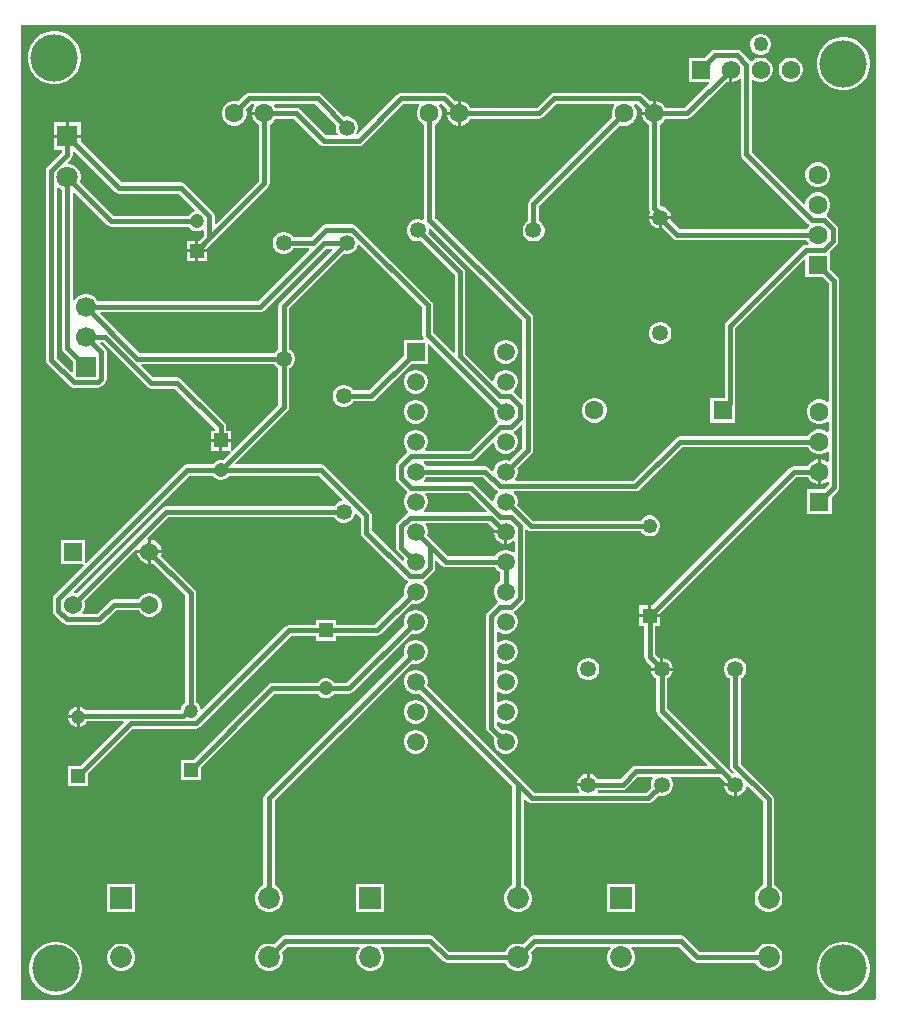
<source format=gtl>
%FSTAX23Y23*%
%MOIN*%
%SFA1B1*%

%IPPOS*%
%ADD16C,0.049210*%
%ADD17C,0.061810*%
%ADD18R,0.061810X0.061810*%
%ADD19R,0.072840X0.072840*%
%ADD21C,0.072840*%
%ADD24R,0.047240X0.047240*%
%ADD29C,0.062990*%
%ADD31C,0.047240*%
%ADD32C,0.060630*%
%ADD33R,0.049210X0.049210*%
%ADD34R,0.062990X0.062990*%
%ADD38R,0.060630X0.060630*%
%ADD40C,0.015750*%
%ADD41C,0.053150*%
%ADD42C,0.059060*%
%ADD43R,0.059060X0.059060*%
%ADD44R,0.062990X0.062990*%
%ADD45C,0.066930*%
%ADD46C,0.070870*%
%ADD47R,0.070870X0.070870*%
%ADD48R,0.066930X0.066930*%
%ADD49C,0.157480*%
%LNclicguard-1*%
%LPD*%
G36*
X05165Y0101D02*
X0516Y01005D01*
X02315*
Y04255*
X05165*
Y0101*
G37*
%LNclicguard-2*%
%LPC*%
G36*
X04784Y04224D02*
X04775D01*
X04766Y04222*
X04758Y04217*
X04752Y04211*
X04747Y04203*
X04745Y04194*
Y04185*
X04747Y04176*
X04752Y04168*
X04758Y04162*
X04766Y04157*
X04775Y04155*
X04784*
X04793Y04157*
X04801Y04162*
X04807Y04168*
X04812Y04176*
X04814Y04185*
Y04194*
X04812Y04203*
X04807Y04211*
X04801Y04217*
X04793Y04222*
X04784Y04224*
G37*
G36*
X04885Y04145D02*
X04874D01*
X04864Y04143*
X04854Y04137*
X04847Y0413*
X04841Y0412*
X04839Y0411*
Y04099*
X04841Y04089*
X04847Y04079*
X04854Y04072*
X04864Y04066*
X04874Y04064*
X04885*
X04895Y04066*
X04905Y04072*
X04912Y04079*
X04918Y04089*
X0492Y04099*
Y0411*
X04918Y0412*
X04912Y0413*
X04905Y04137*
X04895Y04143*
X04885Y04145*
G37*
G36*
X047Y04172D02*
D01*
X04628*
X04621Y0417*
X04615Y04166*
X04595Y04145*
X04539*
Y04064*
X04606*
X04608Y04059*
X04527Y03978*
X04462*
X04458Y03985*
X0445Y03993*
X04441Y03998*
X0443Y04001*
X0443*
Y0396*
X04425*
Y03955*
X04383*
Y03954*
X04386Y03943*
X04391Y03934*
X04399Y03926*
X04406Y03922*
Y03643*
X04408Y03636*
X04412Y0363*
X04412Y03629*
X0441Y03627*
X04408Y03617*
X04445*
X04481*
X04479Y03627*
X04474Y03635*
X04467Y03642*
X04459Y03647*
X04449Y03649*
X04444*
X04443Y0365*
Y03922*
X0445Y03926*
X04458Y03934*
X04462Y03941*
X04535*
X04541Y03943*
X04547Y03947*
X04666Y04066*
X04674Y04064*
X04675*
Y04105*
X04685*
Y04064*
X04685*
X04695Y04066*
X04705Y04072*
X04708Y04075*
X04713Y04073*
Y03823*
X04714Y03816*
X04718Y03811*
X04936Y03592*
X04939Y0359*
X0494Y03584*
X04936Y0358*
X04932Y03573*
X0451*
X0448Y03603*
X04481Y03607*
X0445*
Y03576*
X04454Y03577*
X0449Y03542*
X04495Y03538*
X04502Y03536*
X04932*
X04936Y03529*
X04939Y03527*
X04937Y03522*
X04931*
X04924Y03521*
X04918Y03517*
X04664Y03263*
X0466Y03257*
X04659Y0325*
Y03011*
X04612*
Y02928*
X04695*
Y02991*
X04695Y02993*
Y03243*
X04923Y03471*
X04928Y03469*
Y03413*
X04985*
X05006Y03393*
Y02999*
X05001Y02997*
X05Y02998*
X04991Y03003*
X0498Y03006*
X04969*
X04958Y03003*
X04949Y02998*
X04941Y0299*
X04936Y02981*
X04933Y0297*
Y02959*
X04936Y02948*
X04941Y02939*
X04949Y02931*
X04958Y02926*
X04969Y02923*
X0498*
X04991Y02926*
X05Y02931*
X05001Y02932*
X05006Y0293*
Y02899*
X05001Y02897*
X05Y02898*
X04991Y02903*
X0498Y02906*
X04969*
X04958Y02903*
X04949Y02898*
X04941Y0289*
X04937Y02883*
X04509*
X04503Y02881*
X04497Y02877*
X04355Y02735*
X03963*
X03961Y0274*
X03961Y0274*
X03966Y02749*
X03969Y02759*
Y0277*
X03967Y02776*
X04016Y02825*
X04019Y02831*
X04021Y02838*
Y03276*
X04019Y03283*
X04016Y03289*
X03693Y03612*
Y03922*
X037Y03926*
X03708Y03934*
X03713Y03943*
X03716Y03954*
Y03965*
X03713Y03976*
X03708Y03985*
X03707Y03986*
X03709Y03991*
X03718*
X03735Y03973*
X03733Y03965*
Y03965*
X0377*
Y04001*
X03769*
X03761Y03999*
X03738Y04022*
X03732Y04026*
X03725Y04027*
X0358*
X03573Y04026*
X03567Y04022*
X03434Y03889*
X0343Y03892*
X03434Y03898*
X03436Y03908*
Y03917*
X03434Y03927*
X03429Y03935*
X03422Y03942*
X03414Y03947*
X03404Y03949*
X03395*
X0339Y03948*
X03316Y04022*
X0331Y04026*
X03303Y04027*
X03074*
X03067Y04026*
X03061Y04022*
X03038Y03999*
X0303Y04001*
X03019*
X03008Y03998*
X02999Y03993*
X02991Y03985*
X02986Y03976*
X02983Y03965*
Y03954*
X02986Y03943*
X02991Y03934*
X02999Y03926*
X03008Y03921*
X03019Y03918*
X0303*
X03041Y03921*
X0305Y03926*
X03058Y03934*
X03063Y03943*
X03066Y03954*
Y03965*
X03064Y03973*
X03081Y03991*
X0309*
X03092Y03986*
X03091Y03985*
X03086Y03976*
X03083Y03965*
Y03965*
X03125*
Y03955*
X03083*
Y03954*
X03086Y03943*
X03091Y03934*
X03099Y03926*
X03106Y03922*
Y03734*
X02964Y03591*
X02959Y03593*
Y03617*
X02958Y03624*
X02954Y0363*
X0286Y03723*
X02854Y03727*
X02847Y03729*
X02649*
X02514Y03864*
Y03878*
X02468*
X02423*
Y03838*
X0245*
Y03829*
X02402Y03781*
X02398Y03775*
X02397Y03768*
Y03137*
X02398Y0313*
X02402Y03124*
X02476Y0305*
X02482Y03046*
X02489Y03045*
X0257*
X02577Y03046*
X02583Y0305*
X02594Y03061*
X02598Y03067*
X02599Y03074*
Y03163*
X02598Y0317*
X02594Y03176*
X02578Y03192*
X0258Y03196*
X02586*
X02734Y03047*
X0274Y03043*
X02747Y03042*
X02828*
X02961Y02908*
Y02902*
X02946*
Y02874*
X0298*
X03013*
Y02902*
X02998*
Y02916*
X02996Y02923*
X02992Y02929*
X02848Y03073*
X02842Y03077*
X02835Y03079*
X02755*
X02715Y03119*
X02717Y03123*
X03158*
X0316Y03119*
X03167Y03112*
X03171Y0311*
Y02988*
X03018Y02834*
X03013Y02837*
Y02839*
Y02864*
X02985*
Y02835*
X03008*
X03011*
X03014Y0283*
X02987Y02803*
X02984Y02804*
X02975*
X02967Y02802*
X02959Y02797*
X02953Y02791*
X02951Y02789*
X02868*
X02861Y02787*
X02855Y02783*
X02532Y0246*
X02527Y02462*
Y02538*
X02446*
Y02458*
X02522*
X02524Y02453*
X02425Y02354*
X02422Y02348*
X0242Y02341*
Y02301*
X02422Y02294*
X02425Y02288*
X02454Y0226*
X0246Y02256*
X02467Y02255*
X02574*
X02581Y02256*
X02587Y0226*
X0263Y02303*
X02706*
X0271Y02296*
X02718Y02289*
X02727Y02283*
X02737Y02281*
X02748*
X02758Y02283*
X02767Y02289*
X02775Y02296*
X0278Y02305*
X02783Y02316*
Y02326*
X0278Y02336*
X02775Y02346*
X02767Y02353*
X02758Y02358*
X02748Y02361*
X02737*
X02727Y02358*
X02718Y02353*
X0271Y02346*
X02706Y02339*
X02623*
X02616Y02338*
X0261Y02334*
X02567Y02291*
X0252*
X02518Y02296*
X02519Y02296*
X02524Y02305*
X02527Y02316*
Y02326*
X02525Y02334*
X02698Y02507*
X02702Y02504*
X02702Y02503*
Y02503*
X02737*
Y02538*
X02737*
X02736Y02538*
X02734Y02543*
X02805Y02613*
X03358*
X0336Y02609*
X03367Y02602*
X03375Y02598*
X03385Y02595*
X03394*
X03404Y02598*
X03412Y02602*
X03419Y02609*
X03424Y02617*
X03426Y02625*
X03431Y02628*
X03447Y02612*
Y02562*
X03448Y02555*
X03452Y02549*
X03597Y02404*
X03603Y024*
X03603Y024*
X03604Y02395*
X03598Y02389*
X03593Y0238*
X0359Y0237*
Y02359*
X03592Y02353*
X03493Y02254*
X03363*
Y02269*
X03296*
Y02254*
X03206*
X03199Y02252*
X03193Y02248*
X03193*
X02918Y01973*
X02912Y01975*
X02911Y01981*
X02906Y01989*
X029Y01995*
X02898Y01996*
Y02361*
X02896Y02368*
X02892Y02374*
X02781Y02485*
X02783Y02493*
Y02493*
X02747*
Y02458*
X02748*
X02755Y0246*
X02861Y02353*
Y01996*
X02859Y01995*
X02853Y01989*
X02848Y01981*
X02846Y01972*
Y0197*
X0253*
X02525Y01975*
X02517Y01979*
X0251Y01981*
Y01948*
Y01914*
X02517Y01917*
X02525Y01921*
X02531Y01927*
X02535Y01934*
X02655*
X02657Y01929*
X02512Y01785*
X02471*
Y01717*
X02538*
Y01759*
X02687Y01908*
X02897*
X02904Y0191*
X0291Y01914*
X03213Y02217*
X03296*
Y02202*
X03363*
Y02217*
X03501*
X03508Y02219*
X03513Y02223*
X03618Y02327*
X03624Y02325*
X03635*
X03645Y02328*
X03654Y02333*
X03661Y0234*
X03666Y02349*
X03669Y02359*
Y0237*
X03666Y0238*
X03661Y02389*
X03655Y02395*
X03656Y024*
X03656Y024*
X03662Y02404*
X0369Y02432*
X03694Y02438*
X03695Y02445*
Y02467*
X037Y02468*
X03717Y02452*
X03723Y02448*
X0373Y02446*
X03894*
X03898Y0244*
X03905Y02433*
X03911Y02429*
Y024*
X03905Y02396*
X03898Y02389*
X03893Y0238*
X0389Y0237*
Y02359*
X03893Y02349*
X03898Y0234*
X03903Y02335*
X03902Y02329*
X039Y02327*
X03869Y02297*
X03865Y02291*
X03864Y02284*
Y01912*
X03865Y01905*
X03869Y01899*
X03892Y01876*
X0389Y0187*
Y01859*
X03893Y01849*
X03898Y0184*
X03905Y01833*
X03914Y01828*
X03924Y01825*
X03935*
X03945Y01828*
X03954Y01833*
X03961Y0184*
X03966Y01849*
X03969Y01859*
Y0187*
X03966Y0188*
X03961Y01889*
X03954Y01896*
X03945Y01901*
X03935Y01904*
X03924*
X03918Y01902*
X039Y01919*
Y01931*
X03905Y01933*
X03905Y01933*
X03914Y01928*
X03924Y01925*
X03935*
X03945Y01928*
X03954Y01933*
X03961Y0194*
X03966Y01949*
X03969Y01959*
Y0197*
X03966Y0198*
X03961Y01989*
X03954Y01996*
X03945Y02001*
X03935Y02004*
X03924*
X03914Y02001*
X03905Y01996*
X03905Y01996*
X039Y01998*
Y02031*
X03905Y02033*
X03905Y02033*
X03914Y02028*
X03924Y02025*
X03935*
X03945Y02028*
X03954Y02033*
X03961Y0204*
X03966Y02049*
X03969Y02059*
Y0207*
X03966Y0208*
X03961Y02089*
X03954Y02096*
X03945Y02101*
X03935Y02104*
X03924*
X03914Y02101*
X03905Y02096*
X03905Y02096*
X039Y02098*
Y02131*
X03905Y02133*
X03905Y02133*
X03914Y02128*
X03924Y02125*
X03935*
X03945Y02128*
X03954Y02133*
X03961Y0214*
X03966Y02149*
X03969Y02159*
Y0217*
X03966Y0218*
X03961Y02189*
X03954Y02196*
X03945Y02201*
X03935Y02204*
X03924*
X03914Y02201*
X03905Y02196*
X03905Y02196*
X039Y02198*
Y02231*
X03905Y02233*
X03905Y02233*
X03914Y02228*
X03924Y02225*
X03935*
X03945Y02228*
X03954Y02233*
X03961Y0224*
X03966Y02249*
X03969Y02259*
Y0227*
X03966Y0228*
X03961Y02289*
X03956Y02294*
X03957Y023*
X03959Y02302*
X0399Y02332*
X03994Y02338*
X03995Y02345*
Y0257*
X04Y02572*
X04Y02571*
X04006Y02567*
X04013Y02566*
X0438*
X04382Y02563*
X04388Y02556*
X04396Y02552*
X04405Y0255*
X04414*
X04423Y02552*
X04431Y02556*
X04437Y02563*
X04442Y02571*
X04444Y0258*
Y02589*
X04442Y02597*
X04437Y02605*
X04431Y02612*
X04423Y02616*
X04414Y02619*
X04405*
X04396Y02616*
X04388Y02612*
X04382Y02605*
X0438Y02602*
X04021*
X03968Y02655*
X03969Y02659*
Y0267*
X03966Y0268*
X03961Y02689*
X03956Y02694*
X03958Y02699*
X04362*
X04369Y027*
X04375Y02704*
X04517Y02846*
X04937*
X04941Y02839*
X04949Y02831*
X04958Y02826*
X04969Y02823*
X0498*
X04991Y02826*
X05Y02831*
X05001Y02832*
X05006Y0283*
Y02799*
X05001Y02797*
X05Y02798*
X04991Y02803*
X0498Y02806*
X0498*
Y02765*
Y02723*
X0498*
X04991Y02726*
X05Y02731*
X05001Y02732*
X05006Y0273*
Y02721*
X0499Y02706*
X04933*
Y02623*
X05016*
Y0268*
X05037Y02701*
X05041Y02707*
X05042Y02714*
Y034*
X05041Y03407*
X05037Y03413*
X05011Y03439*
Y03496*
X0501Y03499*
X05032Y03521*
X05036Y03527*
X05037Y03534*
Y03575*
X05036Y03582*
X05032Y03588*
X05002Y03618*
X05Y03619*
X04999Y03626*
X05003Y03629*
X05008Y03638*
X05011Y03649*
Y0366*
X05008Y03671*
X05003Y0368*
X04995Y03688*
X04986Y03693*
X04975Y03696*
X04964*
X04953Y03693*
X04944Y03688*
X04936Y0368*
X04931Y03671*
X04928Y0366*
Y03658*
X04923Y03657*
X04749Y03831*
Y04071*
X04754Y04073*
X04754Y04072*
X04764Y04066*
X04774Y04064*
X04785*
X04795Y04066*
X04805Y04072*
X04812Y04079*
X04818Y04089*
X0482Y04099*
Y0411*
X04818Y0412*
X04812Y0413*
X04805Y04137*
X04795Y04143*
X04785Y04145*
X04774*
X04764Y04143*
X04754Y04137*
X0475Y04133*
X04745Y04133*
X04744Y04135*
X04713Y04166*
X04707Y0417*
X047Y04172*
G37*
G36*
X02433Y04233D02*
X02416D01*
X02399Y0423*
X02382Y04223*
X02368Y04213*
X02356Y04201*
X02346Y04187*
X02339Y0417*
X02336Y04153*
Y04136*
X02339Y04119*
X02346Y04102*
X02356Y04088*
X02368Y04076*
X02382Y04066*
X02399Y04059*
X02416Y04056*
X02433*
X0245Y04059*
X02467Y04066*
X02481Y04076*
X02493Y04088*
X02503Y04102*
X0251Y04119*
X02513Y04136*
Y04153*
X0251Y0417*
X02503Y04187*
X02493Y04201*
X02481Y04213*
X02467Y04223*
X0245Y0423*
X02433Y04233*
G37*
G36*
X05063Y04213D02*
X05046D01*
X05029Y0421*
X05012Y04203*
X04998Y04193*
X04986Y04181*
X04976Y04167*
X04969Y0415*
X04966Y04133*
Y04116*
X04969Y04099*
X04976Y04082*
X04986Y04068*
X04998Y04056*
X05012Y04046*
X05029Y04039*
X05046Y04036*
X05063*
X0508Y04039*
X05097Y04046*
X05111Y04056*
X05123Y04068*
X05133Y04082*
X0514Y04099*
X05143Y04116*
Y04133*
X0514Y0415*
X05133Y04167*
X05123Y04181*
X05111Y04193*
X05097Y04203*
X0508Y0421*
X05063Y04213*
G37*
G36*
X04375Y04027D02*
D01*
X04091*
X04084Y04026*
X04078Y04022*
X04078*
X04034Y03978*
X03812*
X03808Y03985*
X038Y03993*
X03791Y03998*
X0378Y04001*
X0378*
Y0396*
Y03918*
X0378*
X03791Y03921*
X038Y03926*
X03808Y03934*
X03812Y03941*
X04041*
X04048Y03943*
X04054Y03947*
X04098Y03991*
X0429*
X04292Y03986*
X04291Y03985*
X04286Y03976*
X04283Y03965*
Y03954*
X04285Y03946*
X0401Y0367*
X04006Y03664*
X04004Y03657*
Y03601*
X04Y03599*
X03993Y03592*
X03988Y03584*
X03986Y03574*
Y03565*
X03988Y03555*
X03993Y03547*
X04Y0354*
X04008Y03535*
X04018Y03533*
X04027*
X04037Y03535*
X04045Y0354*
X04052Y03547*
X04057Y03555*
X04059Y03565*
Y03574*
X04057Y03584*
X04052Y03592*
X04045Y03599*
X04041Y03601*
Y0365*
X04311Y0392*
X04319Y03918*
X0433*
X04341Y03921*
X0435Y03926*
X04358Y03934*
X04363Y03943*
X04366Y03954*
Y03965*
X04363Y03976*
X04358Y03985*
X04357Y03986*
X04359Y03991*
X04368*
X04385Y03973*
X04383Y03965*
Y03965*
X0442*
Y04001*
X04419*
X04411Y03999*
X04388Y04022*
X04382Y04026*
X04375Y04027*
G37*
G36*
X0377Y03955D02*
X03733D01*
Y03954*
X03736Y03943*
X03741Y03934*
X03749Y03926*
X03758Y03921*
X03769Y03918*
X0377*
Y03955*
G37*
G36*
X02514Y03929D02*
X02473D01*
Y03888*
X02514*
Y03929*
G37*
G36*
X02463D02*
X02423D01*
Y03888*
X02463*
Y03929*
G37*
G36*
X04975Y03796D02*
X04964D01*
X04953Y03793*
X04944Y03788*
X04936Y0378*
X04931Y03771*
X04928Y0376*
Y03749*
X04931Y03738*
X04936Y03729*
X04944Y03721*
X04953Y03716*
X04964Y03713*
X04975*
X04986Y03716*
X04995Y03721*
X05003Y03729*
X05008Y03738*
X05011Y03749*
Y0376*
X05008Y03771*
X05003Y0378*
X04995Y03788*
X04986Y03793*
X04975Y03796*
G37*
G36*
X0444Y03607D02*
X04408D01*
X0441Y03598*
X04415Y0359*
X04422Y03583*
X0443Y03578*
X0444Y03576*
Y03607*
G37*
G36*
X04449Y03263D02*
X0444D01*
X0443Y03261*
X04422Y03256*
X04415Y03249*
X0441Y03241*
X04408Y03231*
Y03222*
X0441Y03212*
X04415Y03204*
X04422Y03197*
X0443Y03193*
X0444Y0319*
X04449*
X04459Y03193*
X04467Y03197*
X04474Y03204*
X04479Y03212*
X04481Y03222*
Y03231*
X04479Y03241*
X04474Y03249*
X04467Y03256*
X04459Y03261*
X04449Y03263*
G37*
G36*
X04231Y03011D02*
X0422D01*
X04209Y03008*
X042Y03003*
X04192Y02995*
X04187Y02986*
X04184Y02975*
Y02964*
X04187Y02953*
X04192Y02944*
X042Y02936*
X04209Y02931*
X0422Y02928*
X04231*
X04241Y02931*
X04251Y02936*
X04259Y02944*
X04264Y02953*
X04267Y02964*
Y02975*
X04264Y02986*
X04259Y02995*
X04251Y03003*
X04241Y03008*
X04231Y03011*
G37*
G36*
X02975Y02864D02*
X02946D01*
Y02835*
X02975*
Y02864*
G37*
G36*
X0497Y02806D02*
X04969D01*
X04958Y02803*
X04949Y02798*
X04941Y0279*
X04937Y02783*
X04889*
X04882Y02781*
X04876Y02777*
X04418Y0232*
X04415*
Y0229*
X04444*
Y02294*
X04897Y02746*
X04937*
X04941Y02739*
X04949Y02731*
X04958Y02726*
X04969Y02723*
X0497*
Y02765*
Y02806*
G37*
G36*
X02748Y02538D02*
X02747D01*
Y02503*
X02783*
Y02503*
X0278Y02514*
X02775Y02523*
X02767Y0253*
X02758Y02536*
X02748Y02538*
G37*
G36*
X02737Y02493D02*
X02702D01*
Y02493*
X02705Y02483*
X0271Y02473*
X02718Y02466*
X02727Y02461*
X02737Y02458*
X02737*
Y02493*
G37*
G36*
X04405Y0232D02*
X04375D01*
Y0229*
X04405*
Y0232*
G37*
G36*
X03635Y02304D02*
X03624D01*
X03614Y02301*
X03605Y02296*
X03598Y02289*
X03593Y0228*
X0359Y0227*
Y02259*
X03592Y02253*
X03401Y02062*
X03358*
X03356Y02064*
X0335Y0207*
X03342Y02075*
X03334Y02077*
X03325*
X03317Y02075*
X03309Y0207*
X03303Y02064*
X03301Y02062*
X03152*
X03145Y0206*
X03139Y02056*
X02887Y01805*
X02846*
Y01737*
X02913*
Y01779*
X03159Y02025*
X03301*
X03303Y02023*
X03309Y02017*
X03317Y02012*
X03325Y0201*
X03334*
X03342Y02012*
X0335Y02017*
X03356Y02023*
X03358Y02025*
X03408*
X03415Y02027*
X03421Y02031*
X03618Y02227*
X03624Y02225*
X03635*
X03645Y02228*
X03654Y02233*
X03661Y0224*
X03666Y02249*
X03669Y02259*
Y0227*
X03666Y0228*
X03661Y02289*
X03654Y02296*
X03645Y02301*
X03635Y02304*
G37*
G36*
Y02204D02*
X03624D01*
X03614Y02201*
X03605Y02196*
X03598Y02189*
X03593Y0218*
X0359Y0217*
Y02159*
X03592Y02153*
X03128Y01688*
X03124Y01683*
X03122Y01676*
Y01386*
X03112Y0138*
X03103Y01371*
X03097Y01361*
X03094Y01349*
Y01337*
X03097Y01325*
X03103Y01314*
X03112Y01306*
X03123Y013*
X03134Y01297*
X03147*
X03158Y013*
X03169Y01306*
X03178Y01314*
X03184Y01325*
X03187Y01337*
Y01349*
X03184Y01361*
X03178Y01371*
X03169Y0138*
X03159Y01386*
Y01668*
X03618Y02127*
X03624Y02125*
X03635*
X03645Y02128*
X03654Y02133*
X03661Y0214*
X03666Y02149*
X03669Y02159*
Y0217*
X03666Y0218*
X03661Y02189*
X03654Y02196*
X03645Y02201*
X03635Y02204*
G37*
G36*
X04455Y02144D02*
Y02112D01*
X04486*
X04484Y02122*
X04479Y0213*
X04472Y02137*
X04464Y02142*
X04455Y02144*
G37*
G36*
X04444Y0228D02*
X0441D01*
X04375*
Y0225*
X04391*
Y02147*
X04393Y0214*
X04397Y02135*
X04414Y02117*
X04413Y02112*
X04445*
Y02144*
X0444Y02143*
X04428Y02155*
Y0225*
X04444*
Y0228*
G37*
G36*
X04209Y02144D02*
X042D01*
X0419Y02142*
X04182Y02137*
X04175Y0213*
X0417Y02122*
X04168Y02112*
Y02103*
X0417Y02093*
X04175Y02085*
X04182Y02078*
X0419Y02073*
X042Y02071*
X04209*
X04219Y02073*
X04227Y02078*
X04234Y02085*
X04239Y02093*
X04241Y02103*
Y02112*
X04239Y02122*
X04234Y0213*
X04227Y02137*
X04219Y02142*
X04209Y02144*
G37*
G36*
X025Y01981D02*
X02492Y01979D01*
X02484Y01975*
X02478Y01969*
X02473Y01961*
X02471Y01953*
X025*
Y01981*
G37*
G36*
X03635Y02004D02*
X03624D01*
X03614Y02001*
X03605Y01996*
X03598Y01989*
X03593Y0198*
X0359Y0197*
Y01959*
X03593Y01949*
X03598Y0194*
X03605Y01933*
X03614Y01928*
X03624Y01925*
X03635*
X03645Y01928*
X03654Y01933*
X03661Y0194*
X03666Y01949*
X03669Y01959*
Y0197*
X03666Y0198*
X03661Y01989*
X03654Y01996*
X03645Y02001*
X03635Y02004*
G37*
G36*
X025Y01943D02*
X02471D01*
X02473Y01935*
X02478Y01927*
X02484Y01921*
X02492Y01917*
X025Y01914*
Y01943*
G37*
G36*
X03635Y01904D02*
X03624D01*
X03614Y01901*
X03605Y01896*
X03598Y01889*
X03593Y0188*
X0359Y0187*
Y01859*
X03593Y01849*
X03598Y0184*
X03605Y01833*
X03614Y01828*
X03624Y01825*
X03635*
X03645Y01828*
X03654Y01833*
X03661Y0184*
X03666Y01849*
X03669Y01859*
Y0187*
X03666Y0188*
X03661Y01889*
X03654Y01896*
X03645Y01901*
X03635Y01904*
G37*
G36*
X04699Y02144D02*
X0469D01*
X0468Y02142*
X04672Y02137*
X04665Y0213*
X0466Y02122*
X04658Y02112*
Y02103*
X0466Y02093*
X04665Y02085*
X04672Y02078*
X04676Y02076*
Y01784*
X04678Y01777*
X04682Y01772*
X04689Y01764*
X04687Y01759*
X04684Y01758*
X04663Y01779*
X04468Y01974*
Y02076*
X04472Y02078*
X04479Y02085*
X04484Y02093*
X04486Y02102*
X0445*
X04413*
X04415Y02093*
X0442Y02085*
X04427Y02078*
X04431Y02076*
Y01967*
X04433Y0196*
X04437Y01954*
X04601Y01789*
X046Y01784*
X04363*
X04357Y01783*
X04351Y01779*
X04311Y0174*
X04236*
X04234Y01744*
X04227Y01751*
X04219Y01756*
X0421Y01758*
Y01722*
X04205*
Y01717*
X04168*
X0417Y01707*
X04175Y017*
X04173Y01695*
X04024*
X03983Y01736*
X03667Y02053*
X03669Y02059*
Y0207*
X03666Y0208*
X03661Y02089*
X03654Y02096*
X03645Y02101*
X03635Y02104*
X03624*
X03614Y02101*
X03605Y02096*
X03598Y02089*
X03593Y0208*
X0359Y0207*
Y02059*
X03593Y02049*
X03598Y0204*
X03605Y02033*
X03614Y02028*
X03624Y02025*
X03635*
X03641Y02027*
X03952Y01716*
Y01386*
X03942Y0138*
X03933Y01371*
X03927Y01361*
X03924Y01349*
Y01337*
X03927Y01325*
X03933Y01314*
X03942Y01306*
X03953Y013*
X03964Y01297*
X03977*
X03988Y013*
X03999Y01306*
X04008Y01314*
X04014Y01325*
X04017Y01337*
Y01349*
X04014Y01361*
X04008Y01371*
X03999Y0138*
X03989Y01386*
Y01673*
X03993Y01675*
X04004Y01664*
X0401Y0166*
X04017Y01659*
X04405*
X04412Y0166*
X04418Y01664*
X0444Y01686*
X04445Y01685*
X04454*
X04464Y01688*
X04472Y01692*
X04479Y01699*
X04484Y01707*
X04486Y01717*
Y01726*
X04484Y01736*
X04479Y01743*
X04481Y01748*
X04643*
X04659Y01731*
X04658Y01727*
X04695*
Y01722*
X047*
Y01685*
X04709Y01688*
X04717Y01692*
X04724Y01699*
X04729Y01707*
X04731Y01715*
X04736Y01718*
X04787Y01666*
Y01386*
X04777Y0138*
X04768Y01371*
X04762Y01361*
X04759Y01349*
Y01337*
X04762Y01325*
X04768Y01314*
X04777Y01306*
X04788Y013*
X04799Y01297*
X04812*
X04823Y013*
X04834Y01306*
X04843Y01314*
X04849Y01325*
X04852Y01337*
Y01349*
X04849Y01361*
X04843Y01371*
X04834Y0138*
X04824Y01386*
Y01673*
X04822Y0168*
X04818Y01686*
X04713Y01792*
Y02076*
X04717Y02078*
X04724Y02085*
X04729Y02093*
X04731Y02103*
Y02112*
X04729Y02122*
X04724Y0213*
X04717Y02137*
X04709Y02142*
X04699Y02144*
G37*
G36*
X042Y01758D02*
X0419Y01756D01*
X04182Y01751*
X04175Y01744*
X0417Y01736*
X04168Y01727*
X042*
Y01758*
G37*
G36*
X0469Y01717D02*
X04658D01*
X0466Y01707*
X04665Y01699*
X04672Y01692*
X0468Y01688*
X0469Y01685*
Y01717*
G37*
G36*
X0436Y01389D02*
X04267D01*
Y01297*
X0436*
Y01389*
G37*
G36*
X03525D02*
X03432D01*
Y01297*
X03525*
Y01389*
G37*
G36*
X02695D02*
X02602D01*
Y01297*
X02695*
Y01389*
G37*
G36*
X04513Y01219D02*
D01*
X04025*
X04018Y01217*
X04012Y01213*
X03988Y01189*
X03977Y01192*
X03964*
X03953Y01189*
X03942Y01183*
X03933Y01175*
X03927Y01164*
X0374*
X03691Y01213*
X03685Y01217*
X03678Y01219*
X03195*
X03188Y01217*
X03182Y01213*
X03158Y01189*
X03147Y01192*
X03134*
X03123Y01189*
X03112Y01183*
X03103Y01175*
X03097Y01164*
X03094Y01152*
Y0114*
X03097Y01128*
X03103Y01118*
X03112Y01109*
X03123Y01103*
X03134Y011*
X03147*
X03158Y01103*
X03169Y01109*
X03178Y01118*
X03184Y01128*
X03187Y0114*
Y01152*
X03184Y01164*
X03202Y01182*
X03442*
X03444Y01178*
X03441Y01175*
X03435Y01164*
X03432Y01152*
Y0114*
X03435Y01128*
X03441Y01118*
X0345Y01109*
X03461Y01103*
X03472Y011*
X03485*
X03496Y01103*
X03507Y01109*
X03516Y01118*
X03522Y01128*
X03525Y0114*
Y01152*
X03522Y01164*
X03516Y01175*
X03513Y01178*
X03515Y01182*
X03671*
X0372Y01133*
X03726Y01129*
X03733Y01128*
X03927*
X03933Y01118*
X03942Y01109*
X03953Y01103*
X03964Y011*
X03977*
X03988Y01103*
X03999Y01109*
X04008Y01118*
X04014Y01128*
X04017Y0114*
Y01152*
X04014Y01164*
X04032Y01182*
X04277*
X04279Y01178*
X04276Y01175*
X0427Y01164*
X04267Y01152*
Y0114*
X0427Y01128*
X04276Y01118*
X04285Y01109*
X04296Y01103*
X04307Y011*
X0432*
X04331Y01103*
X04342Y01109*
X04351Y01118*
X04357Y01128*
X0436Y0114*
Y01152*
X04357Y01164*
X04351Y01175*
X04348Y01178*
X0435Y01182*
X04506*
X04555Y01133*
X04561Y01129*
X04568Y01128*
X04762*
X04768Y01118*
X04777Y01109*
X04788Y01103*
X04799Y011*
X04812*
X04823Y01103*
X04834Y01109*
X04843Y01118*
X04849Y01128*
X04852Y0114*
Y01152*
X04849Y01164*
X04843Y01175*
X04834Y01183*
X04823Y01189*
X04812Y01192*
X04799*
X04788Y01189*
X04777Y01183*
X04768Y01175*
X04762Y01164*
X04575*
X04526Y01213*
X0452Y01217*
X04513Y01219*
G37*
G36*
X02655Y01192D02*
X02642D01*
X02631Y01189*
X0262Y01183*
X02611Y01175*
X02605Y01164*
X02602Y01152*
Y0114*
X02605Y01128*
X02611Y01118*
X0262Y01109*
X02631Y01103*
X02642Y011*
X02655*
X02666Y01103*
X02677Y01109*
X02686Y01118*
X02692Y01128*
X02695Y0114*
Y01152*
X02692Y01164*
X02686Y01175*
X02677Y01183*
X02666Y01189*
X02655Y01192*
G37*
G36*
X05063Y01198D02*
X05046D01*
X05029Y01195*
X05012Y01188*
X04998Y01178*
X04986Y01166*
X04976Y01152*
X04969Y01135*
X04966Y01118*
Y01101*
X04969Y01084*
X04976Y01067*
X04986Y01053*
X04998Y01041*
X05012Y01031*
X05029Y01024*
X05046Y01021*
X05063*
X0508Y01024*
X05097Y01031*
X05111Y01041*
X05123Y01053*
X05133Y01067*
X0514Y01084*
X05143Y01101*
Y01118*
X0514Y01135*
X05133Y01152*
X05123Y01166*
X05111Y01178*
X05097Y01188*
X0508Y01195*
X05063Y01198*
G37*
G36*
X02438D02*
X02421D01*
X02404Y01195*
X02387Y01188*
X02373Y01178*
X02361Y01166*
X02351Y01152*
X02344Y01135*
X02341Y01118*
Y01101*
X02344Y01084*
X02351Y01067*
X02361Y01053*
X02373Y01041*
X02387Y01031*
X02404Y01024*
X02421Y01021*
X02438*
X02455Y01024*
X02472Y01031*
X02486Y01041*
X02498Y01053*
X02508Y01067*
X02515Y01084*
X02518Y01101*
Y01118*
X02515Y01135*
X02508Y01152*
X02498Y01166*
X02486Y01178*
X02472Y01188*
X02455Y01195*
X02438Y01198*
G37*
%LNclicguard-3*%
%LPD*%
G36*
X03364Y03922D02*
X03363Y03917D01*
Y03908*
X03365Y03898*
X0337Y03891*
X03368Y03886*
X03331*
X03245Y03972*
X03239Y03976*
X03232Y03978*
X03162*
X03158Y03985*
X03157Y03986*
X03159Y03991*
X03295*
X03364Y03922*
G37*
G36*
X03642Y03986D02*
X03641Y03985D01*
X03636Y03976*
X03633Y03965*
Y03954*
X03636Y03943*
X03641Y03934*
X03649Y03926*
X03656Y03922*
Y03606*
X03652Y03603*
X03652Y03603*
X03651Y03604*
X03641Y03606*
X03632*
X03622Y03604*
X03614Y03599*
X03607Y03592*
X03603Y03584*
X036Y03574*
Y03565*
X03603Y03555*
X03607Y03547*
X03614Y0354*
X03622Y03535*
X03632Y03533*
X03641*
X03646Y03534*
X03759Y03422*
Y03164*
X03754Y03162*
X03688Y03229*
Y03319*
X03686Y03326*
X03682Y03332*
X03431Y03584*
X03425Y03588*
X03418Y03589*
X03331*
X03324Y03588*
X03318Y03584*
X03279Y03546*
X03221*
X03219Y0355*
X03212Y03557*
X03204Y03562*
X03194Y03564*
X03185*
X03175Y03562*
X03167Y03557*
X0316Y0355*
X03155Y03542*
X03153Y03532*
Y03523*
X03155Y03513*
X0316Y03505*
X03167Y03498*
X03175Y03493*
X03185Y03491*
X03194*
X03204Y03493*
X03212Y03498*
X03219Y03505*
X03221Y03509*
X03273*
X03275Y03505*
X03103Y03333*
X02569*
X02564Y03341*
X02556Y03349*
X02546Y03355*
X02535Y03358*
X02524*
X02513Y03355*
X02503Y03349*
X02495Y03341*
X02492Y03336*
X02487Y03337*
Y03695*
X02491Y03697*
X02602Y03587*
X02608Y03583*
X02615Y03581*
X02871*
X02873Y03579*
X02879Y03573*
X02887Y03568*
X02895Y03566*
X02904*
X02912Y03568*
X02918Y03571*
X02923Y03568*
Y0355*
X02907Y03535*
X02905*
Y03506*
X02933*
Y03509*
X02954Y0353*
X03137Y03713*
X03141Y03719*
X03143Y03726*
Y03922*
X0315Y03926*
X03158Y03934*
X03162Y03941*
X03224*
X0331Y03855*
X03316Y03851*
X03323Y0385*
X03323*
X03439*
X03446Y03851*
X03452Y03855*
X03587Y03991*
X0364*
X03642Y03986*
G37*
G36*
X02628Y03698D02*
X02634Y03694D01*
X02641Y03692*
X0284*
X02894Y03638*
X02892Y03632*
X02887Y03631*
X02879Y03626*
X02873Y0362*
X02871Y03618*
X02622*
X02511Y03729*
X02514Y0374*
Y03752*
X02511Y03763*
X02505Y03774*
X02496Y03782*
X02486Y03788*
X02474Y03791*
X02471*
X02469Y03796*
X02481Y03808*
X02485Y03814*
X02487Y03821*
Y03832*
X02492Y03834*
X02628Y03698*
G37*
G36*
X03651Y03312D02*
Y03221D01*
X03653Y03214*
X03656Y03209*
X03654Y03204*
X0359*
Y03151*
X03475Y03036*
X03421*
X03419Y0304*
X03412Y03047*
X03404Y03052*
X03394Y03054*
X03385*
X03375Y03052*
X03367Y03047*
X0336Y0304*
X03355Y03032*
X03353Y03022*
Y03013*
X03355Y03003*
X0336Y02995*
X03367Y02988*
X03375Y02983*
X03385Y02981*
X03394*
X03404Y02983*
X03412Y02988*
X03419Y02995*
X03421Y02999*
X03482*
X03489Y03001*
X03495Y03005*
X03616Y03125*
X03669*
Y03189*
X03674Y03191*
X03891Y02974*
X0389Y0297*
Y02959*
X03893Y02949*
X03898Y0294*
X03903Y02935*
X03902Y02929*
X039Y02927*
X03808Y02835*
X03663*
X03661Y0284*
X03661Y0284*
X03666Y02849*
X03669Y02859*
Y0287*
X03666Y0288*
X03661Y02889*
X03654Y02896*
X03645Y02901*
X03635Y02904*
X03624*
X03614Y02901*
X03605Y02896*
X03598Y02889*
X03593Y0288*
X0359Y0287*
Y02859*
X03593Y02849*
X03598Y0284*
X03602Y02836*
X03602Y02831*
X03602Y02829*
X03569Y02797*
X03565Y02791*
X03564Y02784*
Y02745*
X03565Y02738*
X03569Y02732*
X03602Y027*
X03602Y02698*
X03602Y02693*
X03598Y02689*
X03593Y0268*
X0359Y0267*
Y02659*
X03593Y02649*
X03598Y0264*
X03604Y02634*
X03603Y02629*
X03603Y02629*
X03597Y02625*
X03569Y02597*
X03565Y02591*
X03564Y02584*
Y02512*
X03565Y02505*
X03569Y02499*
X03592Y02476*
X0359Y0247*
Y02469*
X03585Y02467*
X03483Y0257*
Y02619*
X03482Y02626*
X03478Y02632*
X03327Y02783*
X03321Y02787*
X03314Y02789*
X0303*
X03028Y02793*
X03202Y02967*
X03206Y02973*
X03208Y0298*
Y0311*
X03212Y03112*
X03219Y03119*
X03224Y03127*
X03226Y03137*
Y03146*
X03224Y03156*
X03219Y03164*
X03212Y03171*
X03208Y03173*
Y03309*
X0339Y03491*
X03395Y0349*
X03404*
X03414Y03493*
X03422Y03497*
X03429Y03504*
X03434Y03512*
X03436Y0352*
X03441Y03523*
X03651Y03312*
G37*
G36*
X03351Y03504D02*
X03177Y03329D01*
X03173Y03324*
X03171Y03317*
Y03173*
X03167Y03171*
X0316Y03164*
X03158Y0316*
X0271*
X02578Y03292*
X0258Y03296*
X0311*
X03117Y03298*
X03123Y03302*
X0333Y03508*
X03349*
X03351Y03504*
G37*
G36*
X02441Y03709D02*
X0245Y03704D01*
Y03176*
X02452Y03169*
X02456Y03163*
X02486Y03132*
Y03098*
X02481Y03096*
X02433Y03144*
Y0371*
X02438Y03712*
X02441Y03709*
G37*
G36*
X03984Y03269D02*
Y03009D01*
X0398Y03007*
X03957Y0303*
X03957Y03036*
X03961Y0304*
X03966Y03049*
X03969Y03059*
Y0307*
X03966Y0308*
X03961Y03089*
X03954Y03096*
X03945Y03101*
X03935Y03104*
X03924*
X03914Y03101*
X03905Y03096*
X03898Y03089*
X03893Y0308*
X0389Y0307*
Y03069*
X03885Y03067*
X03795Y03158*
Y03429*
X03794Y03436*
X0379Y03442*
X03672Y0356*
X03673Y03565*
Y03573*
X03678Y03576*
X03984Y03269*
G37*
G36*
Y0292D02*
Y02845D01*
X03941Y02802*
X03935Y02804*
X03924*
X03914Y02801*
X03905Y02796*
X03898Y02789*
X03893Y0278*
X0389Y0277*
Y02769*
X03885Y02767*
X03875Y02777*
X03869Y02781*
X03862Y02783*
X03665*
X03661Y02789*
X03656Y02794*
X03658Y02799*
X03815*
X03822Y028*
X03828Y02804*
X03885Y02862*
X0389Y0286*
Y02859*
X03893Y02849*
X03898Y0284*
X03905Y02833*
X03914Y02828*
X03924Y02825*
X03935*
X03945Y02828*
X03954Y02833*
X03961Y0284*
X03966Y02849*
X03969Y02859*
Y0287*
X03966Y0288*
X03961Y02889*
X03956Y02894*
X03957Y029*
X03959Y02902*
X0398Y02922*
X03984Y0292*
G37*
G36*
X03385Y02673D02*
X03383Y02668D01*
X03375Y02666*
X03367Y02661*
X0336Y02654*
X03358Y0265*
X02797*
X0279Y02648*
X02784Y02644*
X02499Y02359*
X02492Y02361*
X02491*
X02489Y02366*
X02875Y02752*
X02951*
X02953Y0275*
X02959Y02743*
X02967Y02739*
X02975Y02737*
X02984*
X02992Y02739*
X03Y02743*
X03006Y0275*
X03008Y02752*
X03306*
X03385Y02673*
G37*
G36*
X03897Y02704D02*
D01*
X03903Y027*
X03903Y027*
X03904Y02695*
X03898Y02689*
X03893Y0268*
X0389Y0267*
Y02669*
X03885Y02667*
X03828Y02725*
X03822Y02729*
X03815Y0273*
X03658*
X03656Y02735*
X03661Y0274*
X03665Y02746*
X03855*
X03897Y02704*
G37*
G36*
X03866Y02635D02*
X03865Y0263D01*
X03658*
X03656Y02635*
X03661Y0264*
X03666Y02649*
X03669Y02659*
Y0267*
X03666Y0268*
X03661Y02689*
X03661Y02689*
X03663Y02694*
X03808*
X03866Y02635*
G37*
G36*
X03891Y02574D02*
X0389Y0257D01*
Y0257*
X0393*
Y02565*
X03935*
Y02525*
X03935*
X03945Y02528*
X03954Y02533*
X03954Y02533*
X03959Y02531*
Y02498*
X03954Y02496*
X03954Y02496*
X03945Y02501*
X03935Y02504*
X03924*
X03914Y02501*
X03905Y02496*
X03898Y02489*
X03894Y02483*
X03737*
X0369Y0253*
X03667Y02553*
X03669Y02559*
Y0257*
X03666Y0258*
X03661Y02589*
X03661Y02589*
X03663Y02594*
X03871*
X03891Y02574*
G37*
G36*
X0442Y01743D02*
X04415Y01736D01*
X04413Y01726*
Y01717*
X04414Y01712*
X04398Y01695*
X04238*
X04236Y017*
X04238Y01703*
X04319*
X04326Y01705*
X04332Y01709*
X04371Y01748*
X04418*
X0442Y01743*
G37*
%LNclicguard-4*%
%LPC*%
G36*
X02895Y03535D02*
X02866D01*
Y03506*
X02895*
Y03535*
G37*
G36*
X02933Y03496D02*
X02905D01*
Y03467*
X02933*
Y03496*
G37*
G36*
X02895D02*
X02866D01*
Y03467*
X02895*
Y03496*
G37*
G36*
X03635Y03104D02*
X03624D01*
X03614Y03101*
X03605Y03096*
X03598Y03089*
X03593Y0308*
X0359Y0307*
Y03059*
X03593Y03049*
X03598Y0304*
X03605Y03033*
X03614Y03028*
X03624Y03025*
X03635*
X03645Y03028*
X03654Y03033*
X03661Y0304*
X03666Y03049*
X03669Y03059*
Y0307*
X03666Y0308*
X03661Y03089*
X03654Y03096*
X03645Y03101*
X03635Y03104*
G37*
G36*
Y03004D02*
X03624D01*
X03614Y03001*
X03605Y02996*
X03598Y02989*
X03593Y0298*
X0359Y0297*
Y02959*
X03593Y02949*
X03598Y0294*
X03605Y02933*
X03614Y02928*
X03624Y02925*
X03635*
X03645Y02928*
X03654Y02933*
X03661Y0294*
X03666Y02949*
X03669Y02959*
Y0297*
X03666Y0298*
X03661Y02989*
X03654Y02996*
X03645Y03001*
X03635Y03004*
G37*
G36*
X03935Y03204D02*
X03924D01*
X03914Y03201*
X03905Y03196*
X03898Y03189*
X03893Y0318*
X0389Y0317*
Y03159*
X03893Y03149*
X03898Y0314*
X03905Y03133*
X03914Y03128*
X03924Y03125*
X03935*
X03945Y03128*
X03954Y03133*
X03961Y0314*
X03966Y03149*
X03969Y03159*
Y0317*
X03966Y0318*
X03961Y03189*
X03954Y03196*
X03945Y03201*
X03935Y03204*
G37*
G36*
X03925Y0256D02*
X0389D01*
Y02559*
X03893Y02549*
X03898Y0254*
X03905Y02533*
X03914Y02528*
X03924Y02525*
X03925*
Y0256*
G37*
%LNclicguard-5*%
%LPD*%
G54D16*
X0478Y0419D03*
X0441Y02584D03*
G54D17*
X0488Y04105D03*
X0478D03*
X0468D03*
G54D18*
X0458Y04105D03*
G54D19*
X02648Y01343D03*
X03478D03*
X04313D03*
G54D21*
X03141Y01343D03*
X04806D03*
X03971D03*
X04806Y01146D03*
X03971D03*
X03141D03*
X02648D03*
X03478D03*
X04313D03*
G54D24*
X0333Y02236D03*
X02505Y01751D03*
X0288Y01771D03*
X029Y03501D03*
X0298Y02869D03*
G54D29*
X03675Y0396D03*
X04975Y02865D03*
Y02965D03*
X0497Y03655D03*
Y03755D03*
X04225Y0297D03*
X0497Y03555D03*
X04975Y02765D03*
X04425Y0396D03*
X04325D03*
X03125D03*
X03025D03*
X03775D03*
G54D31*
X0333Y02043D03*
X0298Y0277D03*
X029Y036D03*
X02505Y01948D03*
X0288Y01968D03*
G54D32*
X02742Y02321D03*
X02487D03*
X02742Y02498D03*
G54D33*
X0441Y02285D03*
G54D34*
X04654Y0297D03*
G54D38*
X02487Y02498D03*
G54D40*
X04731Y03823D02*
Y04122D01*
X04425Y03643D02*
X04445Y03623D01*
Y03612D02*
Y03623D01*
X03675Y03605D02*
X04003Y03276D01*
Y02838D02*
Y03276D01*
X04425Y03643D02*
Y0396D01*
X047Y04153D02*
X04731Y04122D01*
Y03823D02*
X04949Y03605D01*
X04989D02*
X05019Y03575D01*
X04931Y03504D02*
X04989D01*
X04949Y03605D02*
X04989D01*
X05019Y03534D02*
Y03575D01*
X0458Y04105D02*
X04628Y04153D01*
X04535Y0396D02*
X0468Y04105D01*
X04502Y03555D02*
X0497D01*
X04628Y04153D02*
X047D01*
X04445Y03612D02*
X04502Y03555D01*
X04425Y0396D02*
X04535D01*
X04677Y0325D02*
X04931Y03504D01*
X04989D02*
X05019Y03534D01*
X03882Y02284D02*
X03912Y02315D01*
X03882Y01912D02*
X0393Y01865D01*
X0363Y02065D02*
X03971Y01723D01*
X03882Y01912D02*
Y02284D01*
X04677Y02993D02*
Y0325D01*
X04654Y0297D02*
X04677Y02993D01*
X03323Y03527D02*
X034D01*
X0253Y03315D02*
X0311D01*
X03323Y03527*
X02438Y02341D02*
X02868Y0277D01*
X02797Y02632D02*
X0339D01*
X02868Y0277D02*
X0298D01*
X02438Y02301D02*
Y02341D01*
X02487Y02321D02*
X02797Y02632D01*
X05024Y02714D02*
Y034D01*
X04975Y02665D02*
X05024Y02714D01*
X0497Y03455D02*
X05024Y034D01*
X03977Y02345D02*
Y02584D01*
X03947Y02615D02*
X03977Y02584D01*
X03912Y02315D02*
X03947D01*
X03912Y02615D02*
X03947D01*
X0441Y02285D02*
X04889Y02765D01*
X04362Y02717D02*
X04509Y02865D01*
X0391Y02717D02*
X04362D01*
X04509Y02865D02*
X04975D01*
X03862Y02765D02*
X0391Y02717D01*
X04889Y02765D02*
X04975D01*
X0393D02*
X04003Y02838D01*
X0367Y03221D02*
X03926Y02965D01*
X03777Y0315D02*
X0391Y03017D01*
X03944*
X03926Y02965D02*
X0393D01*
X03777Y0315D02*
Y03429D01*
X03637Y0357D02*
X03777Y03429D01*
X0367Y03221D02*
Y03319D01*
X03947Y02915D02*
X03977Y02945D01*
X0363Y02765D02*
X03862D01*
X03815Y02817D02*
X03912Y02915D01*
X03815Y02712D02*
X03912Y02615D01*
X03615Y02817D02*
X03815D01*
X03615Y02712D02*
X03815D01*
X03582Y02784D02*
X03615Y02817D01*
X03582Y02745D02*
X03615Y02712D01*
X03582Y02745D02*
Y02784D01*
X03933Y02665D02*
X04013Y02584D01*
X0441*
X0393Y02665D02*
X03933D01*
X0441Y02147D02*
Y02285D01*
Y02147D02*
X0445Y02107D01*
X03141Y01343D02*
Y01676D01*
X0363Y02165*
X03947Y02315D02*
X03977Y02345D01*
X0333Y02236D02*
X03501D01*
X0363Y02365*
X0268Y01926D02*
X02897D01*
X02509Y01952D02*
X02855D01*
X02505Y01948D02*
X02509Y01952D01*
X02871Y01968D02*
X0288D01*
X02505Y01751D02*
X0268Y01926D01*
X02897D02*
X03206Y02236D01*
X02855Y01952D02*
X02871Y01968D01*
X0288D02*
Y02361D01*
X02742Y02498D02*
X0288Y02361D01*
X03206Y02236D02*
X0333D01*
X03678Y012D02*
X03733Y01146D01*
X03195Y012D02*
X03678D01*
X03733Y01146D02*
X03971D01*
X03141D02*
X03195Y012D01*
X03971Y01146D02*
X04025Y012D01*
X04568Y01146D02*
X04806D01*
X04513Y012D02*
X04568Y01146D01*
X04025Y012D02*
X04513D01*
X04695Y01784D02*
X04806Y01673D01*
Y01343D02*
Y01673D01*
X04695Y01784D02*
Y02107D01*
X0465Y01766D02*
X04695Y01722D01*
X0445Y01967D02*
X0465Y01766D01*
X0445Y01967D02*
Y02107D01*
X04363Y01766D02*
X0465D01*
X04205Y01722D02*
X04319D01*
X04363Y01766*
X03971Y01723D02*
X04017Y01677D01*
X04405*
X0445Y01722*
X03971Y01343D02*
Y01723D01*
X03465Y02562D02*
Y02619D01*
X03649Y02417D02*
X03677Y02445D01*
X03465Y02562D02*
X0361Y02417D01*
X03677Y02445D02*
Y02517D01*
X0361Y02417D02*
X03649D01*
X03582Y02512D02*
X0363Y02465D01*
X03582Y02584D02*
X0361Y02612D01*
X03582Y02512D02*
Y02584D01*
X02438Y02301D02*
X02467Y02273D01*
X02574*
X02623Y02321*
X02742*
X02489Y03063D02*
X0257D01*
X02581Y03074*
X0253Y03215D02*
X02581Y03163D01*
Y03074D02*
Y03163D01*
X03677Y02517D02*
X0373Y02465D01*
X0363Y02565D02*
X03677Y02517D01*
X03314Y0277D02*
X03465Y02619D01*
X0298Y0277D02*
X03314D01*
X0288Y01771D02*
X03152Y02043D01*
X0333*
X03408*
X0363Y02265*
X0393Y02365D02*
Y02465D01*
X03926Y02565D02*
X0393D01*
X03879Y02612D02*
X03926Y02565D01*
X0361Y02612D02*
X03879D01*
X03912Y02915D02*
X03947D01*
X0373Y02465D02*
X0393D01*
X03675Y03605D02*
Y0396D01*
X03944Y03017D02*
X03977Y02984D01*
X04022Y0357D02*
Y03657D01*
X04325Y0396*
X04041D02*
X04091Y04009D01*
X03775Y0396D02*
X04041D01*
X04091Y04009D02*
X04375D01*
X04425Y0396*
X03977Y02945D02*
Y02984D01*
X0319Y03527D02*
X03287D01*
X03331Y03571*
X03418D02*
X0367Y03319D01*
X03331Y03571D02*
X03418D01*
X03482Y03017D02*
X0363Y03165D01*
X0339Y03017D02*
X03482D01*
X0319Y03317D02*
X034Y03527D01*
X0319Y03142D02*
Y03317D01*
X0298Y0277D02*
X0319Y0298D01*
Y03142*
X02593Y03215D02*
X02747Y0306D01*
X0253Y03215D02*
X02593D01*
X02747Y0306D02*
X02835D01*
X0298Y02916*
Y02869D02*
Y02916D01*
X0358Y04009D02*
X03725D01*
X03439Y03868D02*
X0358Y04009D01*
X03725D02*
X03775Y0396D01*
X03323Y03868D02*
X03439D01*
X03232Y0396D02*
X03323Y03868D01*
X03125Y0396D02*
X03232D01*
X03025D02*
X03074Y04009D01*
X03303*
X034Y03912*
X02415Y03137D02*
X02489Y03063D01*
X02415Y03137D02*
Y03768D01*
X02468Y03821*
Y03883*
Y03176D02*
X0253Y03115D01*
X02468Y03176D02*
Y03746D01*
X02941Y03543D02*
Y03617D01*
X029Y03501D02*
X02941Y03543D01*
X02847Y03711D02*
X02941Y03617D01*
X02641Y03711D02*
X02847D01*
X02468Y03883D02*
X02641Y03711D01*
X02468Y03746D02*
X02615Y036D01*
X029*
X0253Y03315D02*
X02702Y03142D01*
X0319*
X02941Y03543D02*
X03125Y03726D01*
Y0396*
G54D41*
X04205Y01722D03*
X04695Y02107D03*
X0339Y03017D03*
X03637Y0357D03*
X0445Y01722D03*
X0319Y03527D03*
X04445Y03227D03*
X0339Y02632D03*
X034Y03527D03*
X0319Y03142D03*
X04205Y02107D03*
X04445Y03612D03*
X04022Y0357D03*
X0445Y02107D03*
X034Y03912D03*
X04695Y01722D03*
G54D42*
X0363Y02165D03*
Y02865D03*
X0393Y02665D03*
X0363Y02365D03*
Y02265D03*
X0393Y02765D03*
X0363Y02965D03*
Y03065D03*
Y02765D03*
Y02665D03*
X0393Y03065D03*
Y03165D03*
Y01865D03*
X0363Y02065D03*
X0393Y02965D03*
Y02465D03*
X0363Y02565D03*
X0393Y02365D03*
Y01965D03*
Y02065D03*
Y02165D03*
Y02265D03*
Y02565D03*
Y02865D03*
X0363Y01865D03*
Y01965D03*
Y02465D03*
G54D43*
X0363Y03165D03*
G54D44*
X0497Y03455D03*
X04975Y02665D03*
G54D45*
X0253Y03315D03*
Y03215D03*
G54D46*
X02468Y03746D03*
G54D47*
X02468Y03883D03*
G54D48*
X0253Y03115D03*
G54D49*
X05055Y04125D03*
X0243Y0111D03*
X05055D03*
X02425Y04145D03*
M02*
</source>
